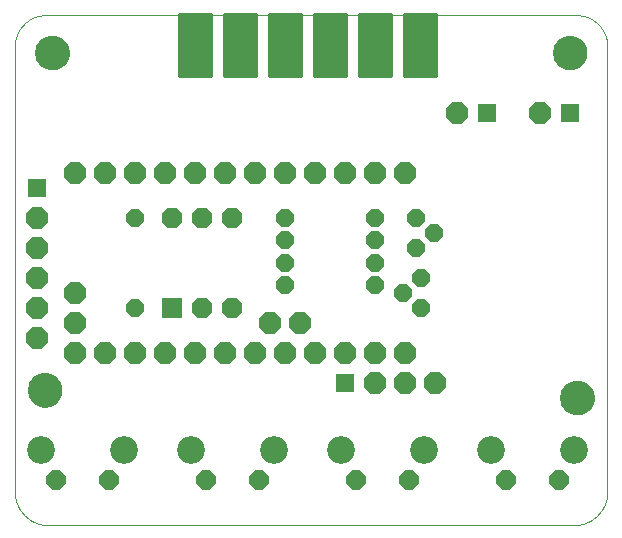
<source format=gbs>
G75*
%MOIN*%
%OFA0B0*%
%FSLAX25Y25*%
%IPPOS*%
%LPD*%
%AMOC8*
5,1,8,0,0,1.08239X$1,22.5*
%
%ADD10C,0.00000*%
%ADD11C,0.11424*%
%ADD12C,0.01600*%
%ADD13R,0.06000X0.06000*%
%ADD14OC8,0.07400*%
%ADD15R,0.06800X0.06800*%
%ADD16OC8,0.06800*%
%ADD17OC8,0.06000*%
%ADD18OC8,0.06400*%
%ADD19C,0.09250*%
D10*
X0012180Y0001000D02*
X0187320Y0001000D01*
X0187590Y0001003D01*
X0187860Y0001013D01*
X0188130Y0001029D01*
X0188399Y0001052D01*
X0188668Y0001082D01*
X0188935Y0001117D01*
X0189202Y0001160D01*
X0189468Y0001208D01*
X0189732Y0001263D01*
X0189996Y0001325D01*
X0190257Y0001393D01*
X0190517Y0001467D01*
X0190775Y0001547D01*
X0191031Y0001634D01*
X0191284Y0001727D01*
X0191536Y0001825D01*
X0191785Y0001930D01*
X0192031Y0002041D01*
X0192275Y0002158D01*
X0192516Y0002281D01*
X0192753Y0002409D01*
X0192988Y0002543D01*
X0193219Y0002683D01*
X0193447Y0002828D01*
X0193671Y0002979D01*
X0193891Y0003135D01*
X0194108Y0003297D01*
X0194321Y0003463D01*
X0194529Y0003635D01*
X0194734Y0003812D01*
X0194934Y0003993D01*
X0195129Y0004180D01*
X0195320Y0004371D01*
X0195507Y0004566D01*
X0195688Y0004766D01*
X0195865Y0004971D01*
X0196037Y0005179D01*
X0196203Y0005392D01*
X0196365Y0005609D01*
X0196521Y0005829D01*
X0196672Y0006053D01*
X0196817Y0006281D01*
X0196957Y0006512D01*
X0197091Y0006747D01*
X0197219Y0006984D01*
X0197342Y0007225D01*
X0197459Y0007469D01*
X0197570Y0007715D01*
X0197675Y0007964D01*
X0197773Y0008216D01*
X0197866Y0008469D01*
X0197953Y0008725D01*
X0198033Y0008983D01*
X0198107Y0009243D01*
X0198175Y0009504D01*
X0198237Y0009768D01*
X0198292Y0010032D01*
X0198340Y0010298D01*
X0198383Y0010565D01*
X0198418Y0010832D01*
X0198448Y0011101D01*
X0198471Y0011370D01*
X0198487Y0011640D01*
X0198497Y0011910D01*
X0198500Y0012180D01*
X0198500Y0160692D01*
X0198497Y0160941D01*
X0198488Y0161190D01*
X0198473Y0161439D01*
X0198452Y0161687D01*
X0198425Y0161934D01*
X0198392Y0162181D01*
X0198353Y0162427D01*
X0198308Y0162672D01*
X0198257Y0162916D01*
X0198200Y0163159D01*
X0198138Y0163400D01*
X0198070Y0163640D01*
X0197995Y0163877D01*
X0197916Y0164113D01*
X0197830Y0164347D01*
X0197739Y0164579D01*
X0197642Y0164809D01*
X0197540Y0165036D01*
X0197432Y0165260D01*
X0197319Y0165482D01*
X0197201Y0165702D01*
X0197077Y0165918D01*
X0196948Y0166131D01*
X0196814Y0166341D01*
X0196675Y0166548D01*
X0196531Y0166751D01*
X0196383Y0166951D01*
X0196229Y0167147D01*
X0196071Y0167339D01*
X0195908Y0167527D01*
X0195740Y0167712D01*
X0195568Y0167892D01*
X0195392Y0168068D01*
X0195212Y0168240D01*
X0195027Y0168408D01*
X0194839Y0168571D01*
X0194647Y0168729D01*
X0194451Y0168883D01*
X0194251Y0169031D01*
X0194048Y0169175D01*
X0193841Y0169314D01*
X0193631Y0169448D01*
X0193418Y0169577D01*
X0193202Y0169701D01*
X0192982Y0169819D01*
X0192760Y0169932D01*
X0192536Y0170040D01*
X0192309Y0170142D01*
X0192079Y0170239D01*
X0191847Y0170330D01*
X0191613Y0170416D01*
X0191377Y0170495D01*
X0191140Y0170570D01*
X0190900Y0170638D01*
X0190659Y0170700D01*
X0190416Y0170757D01*
X0190172Y0170808D01*
X0189927Y0170853D01*
X0189681Y0170892D01*
X0189434Y0170925D01*
X0189187Y0170952D01*
X0188939Y0170973D01*
X0188690Y0170988D01*
X0188441Y0170997D01*
X0188192Y0171000D01*
X0011308Y0171000D01*
X0011059Y0170997D01*
X0010810Y0170988D01*
X0010561Y0170973D01*
X0010313Y0170952D01*
X0010066Y0170925D01*
X0009819Y0170892D01*
X0009573Y0170853D01*
X0009328Y0170808D01*
X0009084Y0170757D01*
X0008841Y0170700D01*
X0008600Y0170638D01*
X0008360Y0170570D01*
X0008123Y0170495D01*
X0007887Y0170416D01*
X0007653Y0170330D01*
X0007421Y0170239D01*
X0007191Y0170142D01*
X0006964Y0170040D01*
X0006740Y0169932D01*
X0006518Y0169819D01*
X0006298Y0169701D01*
X0006082Y0169577D01*
X0005869Y0169448D01*
X0005659Y0169314D01*
X0005452Y0169175D01*
X0005249Y0169031D01*
X0005049Y0168883D01*
X0004853Y0168729D01*
X0004661Y0168571D01*
X0004473Y0168408D01*
X0004288Y0168240D01*
X0004108Y0168068D01*
X0003932Y0167892D01*
X0003760Y0167712D01*
X0003592Y0167527D01*
X0003429Y0167339D01*
X0003271Y0167147D01*
X0003117Y0166951D01*
X0002969Y0166751D01*
X0002825Y0166548D01*
X0002686Y0166341D01*
X0002552Y0166131D01*
X0002423Y0165918D01*
X0002299Y0165702D01*
X0002181Y0165482D01*
X0002068Y0165260D01*
X0001960Y0165036D01*
X0001858Y0164809D01*
X0001761Y0164579D01*
X0001670Y0164347D01*
X0001584Y0164113D01*
X0001505Y0163877D01*
X0001430Y0163640D01*
X0001362Y0163400D01*
X0001300Y0163159D01*
X0001243Y0162916D01*
X0001192Y0162672D01*
X0001147Y0162427D01*
X0001108Y0162181D01*
X0001075Y0161934D01*
X0001048Y0161687D01*
X0001027Y0161439D01*
X0001012Y0161190D01*
X0001003Y0160941D01*
X0001000Y0160692D01*
X0001000Y0012180D01*
X0001003Y0011910D01*
X0001013Y0011640D01*
X0001029Y0011370D01*
X0001052Y0011101D01*
X0001082Y0010832D01*
X0001117Y0010565D01*
X0001160Y0010298D01*
X0001208Y0010032D01*
X0001263Y0009768D01*
X0001325Y0009504D01*
X0001393Y0009243D01*
X0001467Y0008983D01*
X0001547Y0008725D01*
X0001634Y0008469D01*
X0001727Y0008216D01*
X0001825Y0007964D01*
X0001930Y0007715D01*
X0002041Y0007469D01*
X0002158Y0007225D01*
X0002281Y0006984D01*
X0002409Y0006747D01*
X0002543Y0006512D01*
X0002683Y0006281D01*
X0002828Y0006053D01*
X0002979Y0005829D01*
X0003135Y0005609D01*
X0003297Y0005392D01*
X0003463Y0005179D01*
X0003635Y0004971D01*
X0003812Y0004766D01*
X0003993Y0004566D01*
X0004180Y0004371D01*
X0004371Y0004180D01*
X0004566Y0003993D01*
X0004766Y0003812D01*
X0004971Y0003635D01*
X0005179Y0003463D01*
X0005392Y0003297D01*
X0005609Y0003135D01*
X0005829Y0002979D01*
X0006053Y0002828D01*
X0006281Y0002683D01*
X0006512Y0002543D01*
X0006747Y0002409D01*
X0006984Y0002281D01*
X0007225Y0002158D01*
X0007469Y0002041D01*
X0007715Y0001930D01*
X0007964Y0001825D01*
X0008216Y0001727D01*
X0008469Y0001634D01*
X0008725Y0001547D01*
X0008983Y0001467D01*
X0009243Y0001393D01*
X0009504Y0001325D01*
X0009768Y0001263D01*
X0010032Y0001208D01*
X0010298Y0001160D01*
X0010565Y0001117D01*
X0010832Y0001082D01*
X0011101Y0001052D01*
X0011370Y0001029D01*
X0011640Y0001013D01*
X0011910Y0001003D01*
X0012180Y0001000D01*
X0005488Y0046000D02*
X0005490Y0046148D01*
X0005496Y0046296D01*
X0005506Y0046444D01*
X0005520Y0046591D01*
X0005538Y0046738D01*
X0005559Y0046884D01*
X0005585Y0047030D01*
X0005615Y0047175D01*
X0005648Y0047319D01*
X0005686Y0047462D01*
X0005727Y0047604D01*
X0005772Y0047745D01*
X0005820Y0047885D01*
X0005873Y0048024D01*
X0005929Y0048161D01*
X0005989Y0048296D01*
X0006052Y0048430D01*
X0006119Y0048562D01*
X0006190Y0048692D01*
X0006264Y0048820D01*
X0006341Y0048946D01*
X0006422Y0049070D01*
X0006506Y0049192D01*
X0006593Y0049311D01*
X0006684Y0049428D01*
X0006778Y0049543D01*
X0006874Y0049655D01*
X0006974Y0049765D01*
X0007076Y0049871D01*
X0007182Y0049975D01*
X0007290Y0050076D01*
X0007401Y0050174D01*
X0007514Y0050270D01*
X0007630Y0050362D01*
X0007748Y0050451D01*
X0007869Y0050536D01*
X0007992Y0050619D01*
X0008117Y0050698D01*
X0008244Y0050774D01*
X0008373Y0050846D01*
X0008504Y0050915D01*
X0008637Y0050980D01*
X0008772Y0051041D01*
X0008908Y0051099D01*
X0009045Y0051154D01*
X0009184Y0051204D01*
X0009325Y0051251D01*
X0009466Y0051294D01*
X0009609Y0051334D01*
X0009753Y0051369D01*
X0009897Y0051401D01*
X0010043Y0051428D01*
X0010189Y0051452D01*
X0010336Y0051472D01*
X0010483Y0051488D01*
X0010630Y0051500D01*
X0010778Y0051508D01*
X0010926Y0051512D01*
X0011074Y0051512D01*
X0011222Y0051508D01*
X0011370Y0051500D01*
X0011517Y0051488D01*
X0011664Y0051472D01*
X0011811Y0051452D01*
X0011957Y0051428D01*
X0012103Y0051401D01*
X0012247Y0051369D01*
X0012391Y0051334D01*
X0012534Y0051294D01*
X0012675Y0051251D01*
X0012816Y0051204D01*
X0012955Y0051154D01*
X0013092Y0051099D01*
X0013228Y0051041D01*
X0013363Y0050980D01*
X0013496Y0050915D01*
X0013627Y0050846D01*
X0013756Y0050774D01*
X0013883Y0050698D01*
X0014008Y0050619D01*
X0014131Y0050536D01*
X0014252Y0050451D01*
X0014370Y0050362D01*
X0014486Y0050270D01*
X0014599Y0050174D01*
X0014710Y0050076D01*
X0014818Y0049975D01*
X0014924Y0049871D01*
X0015026Y0049765D01*
X0015126Y0049655D01*
X0015222Y0049543D01*
X0015316Y0049428D01*
X0015407Y0049311D01*
X0015494Y0049192D01*
X0015578Y0049070D01*
X0015659Y0048946D01*
X0015736Y0048820D01*
X0015810Y0048692D01*
X0015881Y0048562D01*
X0015948Y0048430D01*
X0016011Y0048296D01*
X0016071Y0048161D01*
X0016127Y0048024D01*
X0016180Y0047885D01*
X0016228Y0047745D01*
X0016273Y0047604D01*
X0016314Y0047462D01*
X0016352Y0047319D01*
X0016385Y0047175D01*
X0016415Y0047030D01*
X0016441Y0046884D01*
X0016462Y0046738D01*
X0016480Y0046591D01*
X0016494Y0046444D01*
X0016504Y0046296D01*
X0016510Y0046148D01*
X0016512Y0046000D01*
X0016510Y0045852D01*
X0016504Y0045704D01*
X0016494Y0045556D01*
X0016480Y0045409D01*
X0016462Y0045262D01*
X0016441Y0045116D01*
X0016415Y0044970D01*
X0016385Y0044825D01*
X0016352Y0044681D01*
X0016314Y0044538D01*
X0016273Y0044396D01*
X0016228Y0044255D01*
X0016180Y0044115D01*
X0016127Y0043976D01*
X0016071Y0043839D01*
X0016011Y0043704D01*
X0015948Y0043570D01*
X0015881Y0043438D01*
X0015810Y0043308D01*
X0015736Y0043180D01*
X0015659Y0043054D01*
X0015578Y0042930D01*
X0015494Y0042808D01*
X0015407Y0042689D01*
X0015316Y0042572D01*
X0015222Y0042457D01*
X0015126Y0042345D01*
X0015026Y0042235D01*
X0014924Y0042129D01*
X0014818Y0042025D01*
X0014710Y0041924D01*
X0014599Y0041826D01*
X0014486Y0041730D01*
X0014370Y0041638D01*
X0014252Y0041549D01*
X0014131Y0041464D01*
X0014008Y0041381D01*
X0013883Y0041302D01*
X0013756Y0041226D01*
X0013627Y0041154D01*
X0013496Y0041085D01*
X0013363Y0041020D01*
X0013228Y0040959D01*
X0013092Y0040901D01*
X0012955Y0040846D01*
X0012816Y0040796D01*
X0012675Y0040749D01*
X0012534Y0040706D01*
X0012391Y0040666D01*
X0012247Y0040631D01*
X0012103Y0040599D01*
X0011957Y0040572D01*
X0011811Y0040548D01*
X0011664Y0040528D01*
X0011517Y0040512D01*
X0011370Y0040500D01*
X0011222Y0040492D01*
X0011074Y0040488D01*
X0010926Y0040488D01*
X0010778Y0040492D01*
X0010630Y0040500D01*
X0010483Y0040512D01*
X0010336Y0040528D01*
X0010189Y0040548D01*
X0010043Y0040572D01*
X0009897Y0040599D01*
X0009753Y0040631D01*
X0009609Y0040666D01*
X0009466Y0040706D01*
X0009325Y0040749D01*
X0009184Y0040796D01*
X0009045Y0040846D01*
X0008908Y0040901D01*
X0008772Y0040959D01*
X0008637Y0041020D01*
X0008504Y0041085D01*
X0008373Y0041154D01*
X0008244Y0041226D01*
X0008117Y0041302D01*
X0007992Y0041381D01*
X0007869Y0041464D01*
X0007748Y0041549D01*
X0007630Y0041638D01*
X0007514Y0041730D01*
X0007401Y0041826D01*
X0007290Y0041924D01*
X0007182Y0042025D01*
X0007076Y0042129D01*
X0006974Y0042235D01*
X0006874Y0042345D01*
X0006778Y0042457D01*
X0006684Y0042572D01*
X0006593Y0042689D01*
X0006506Y0042808D01*
X0006422Y0042930D01*
X0006341Y0043054D01*
X0006264Y0043180D01*
X0006190Y0043308D01*
X0006119Y0043438D01*
X0006052Y0043570D01*
X0005989Y0043704D01*
X0005929Y0043839D01*
X0005873Y0043976D01*
X0005820Y0044115D01*
X0005772Y0044255D01*
X0005727Y0044396D01*
X0005686Y0044538D01*
X0005648Y0044681D01*
X0005615Y0044825D01*
X0005585Y0044970D01*
X0005559Y0045116D01*
X0005538Y0045262D01*
X0005520Y0045409D01*
X0005506Y0045556D01*
X0005496Y0045704D01*
X0005490Y0045852D01*
X0005488Y0046000D01*
X0007988Y0158500D02*
X0007990Y0158648D01*
X0007996Y0158796D01*
X0008006Y0158944D01*
X0008020Y0159091D01*
X0008038Y0159238D01*
X0008059Y0159384D01*
X0008085Y0159530D01*
X0008115Y0159675D01*
X0008148Y0159819D01*
X0008186Y0159962D01*
X0008227Y0160104D01*
X0008272Y0160245D01*
X0008320Y0160385D01*
X0008373Y0160524D01*
X0008429Y0160661D01*
X0008489Y0160796D01*
X0008552Y0160930D01*
X0008619Y0161062D01*
X0008690Y0161192D01*
X0008764Y0161320D01*
X0008841Y0161446D01*
X0008922Y0161570D01*
X0009006Y0161692D01*
X0009093Y0161811D01*
X0009184Y0161928D01*
X0009278Y0162043D01*
X0009374Y0162155D01*
X0009474Y0162265D01*
X0009576Y0162371D01*
X0009682Y0162475D01*
X0009790Y0162576D01*
X0009901Y0162674D01*
X0010014Y0162770D01*
X0010130Y0162862D01*
X0010248Y0162951D01*
X0010369Y0163036D01*
X0010492Y0163119D01*
X0010617Y0163198D01*
X0010744Y0163274D01*
X0010873Y0163346D01*
X0011004Y0163415D01*
X0011137Y0163480D01*
X0011272Y0163541D01*
X0011408Y0163599D01*
X0011545Y0163654D01*
X0011684Y0163704D01*
X0011825Y0163751D01*
X0011966Y0163794D01*
X0012109Y0163834D01*
X0012253Y0163869D01*
X0012397Y0163901D01*
X0012543Y0163928D01*
X0012689Y0163952D01*
X0012836Y0163972D01*
X0012983Y0163988D01*
X0013130Y0164000D01*
X0013278Y0164008D01*
X0013426Y0164012D01*
X0013574Y0164012D01*
X0013722Y0164008D01*
X0013870Y0164000D01*
X0014017Y0163988D01*
X0014164Y0163972D01*
X0014311Y0163952D01*
X0014457Y0163928D01*
X0014603Y0163901D01*
X0014747Y0163869D01*
X0014891Y0163834D01*
X0015034Y0163794D01*
X0015175Y0163751D01*
X0015316Y0163704D01*
X0015455Y0163654D01*
X0015592Y0163599D01*
X0015728Y0163541D01*
X0015863Y0163480D01*
X0015996Y0163415D01*
X0016127Y0163346D01*
X0016256Y0163274D01*
X0016383Y0163198D01*
X0016508Y0163119D01*
X0016631Y0163036D01*
X0016752Y0162951D01*
X0016870Y0162862D01*
X0016986Y0162770D01*
X0017099Y0162674D01*
X0017210Y0162576D01*
X0017318Y0162475D01*
X0017424Y0162371D01*
X0017526Y0162265D01*
X0017626Y0162155D01*
X0017722Y0162043D01*
X0017816Y0161928D01*
X0017907Y0161811D01*
X0017994Y0161692D01*
X0018078Y0161570D01*
X0018159Y0161446D01*
X0018236Y0161320D01*
X0018310Y0161192D01*
X0018381Y0161062D01*
X0018448Y0160930D01*
X0018511Y0160796D01*
X0018571Y0160661D01*
X0018627Y0160524D01*
X0018680Y0160385D01*
X0018728Y0160245D01*
X0018773Y0160104D01*
X0018814Y0159962D01*
X0018852Y0159819D01*
X0018885Y0159675D01*
X0018915Y0159530D01*
X0018941Y0159384D01*
X0018962Y0159238D01*
X0018980Y0159091D01*
X0018994Y0158944D01*
X0019004Y0158796D01*
X0019010Y0158648D01*
X0019012Y0158500D01*
X0019010Y0158352D01*
X0019004Y0158204D01*
X0018994Y0158056D01*
X0018980Y0157909D01*
X0018962Y0157762D01*
X0018941Y0157616D01*
X0018915Y0157470D01*
X0018885Y0157325D01*
X0018852Y0157181D01*
X0018814Y0157038D01*
X0018773Y0156896D01*
X0018728Y0156755D01*
X0018680Y0156615D01*
X0018627Y0156476D01*
X0018571Y0156339D01*
X0018511Y0156204D01*
X0018448Y0156070D01*
X0018381Y0155938D01*
X0018310Y0155808D01*
X0018236Y0155680D01*
X0018159Y0155554D01*
X0018078Y0155430D01*
X0017994Y0155308D01*
X0017907Y0155189D01*
X0017816Y0155072D01*
X0017722Y0154957D01*
X0017626Y0154845D01*
X0017526Y0154735D01*
X0017424Y0154629D01*
X0017318Y0154525D01*
X0017210Y0154424D01*
X0017099Y0154326D01*
X0016986Y0154230D01*
X0016870Y0154138D01*
X0016752Y0154049D01*
X0016631Y0153964D01*
X0016508Y0153881D01*
X0016383Y0153802D01*
X0016256Y0153726D01*
X0016127Y0153654D01*
X0015996Y0153585D01*
X0015863Y0153520D01*
X0015728Y0153459D01*
X0015592Y0153401D01*
X0015455Y0153346D01*
X0015316Y0153296D01*
X0015175Y0153249D01*
X0015034Y0153206D01*
X0014891Y0153166D01*
X0014747Y0153131D01*
X0014603Y0153099D01*
X0014457Y0153072D01*
X0014311Y0153048D01*
X0014164Y0153028D01*
X0014017Y0153012D01*
X0013870Y0153000D01*
X0013722Y0152992D01*
X0013574Y0152988D01*
X0013426Y0152988D01*
X0013278Y0152992D01*
X0013130Y0153000D01*
X0012983Y0153012D01*
X0012836Y0153028D01*
X0012689Y0153048D01*
X0012543Y0153072D01*
X0012397Y0153099D01*
X0012253Y0153131D01*
X0012109Y0153166D01*
X0011966Y0153206D01*
X0011825Y0153249D01*
X0011684Y0153296D01*
X0011545Y0153346D01*
X0011408Y0153401D01*
X0011272Y0153459D01*
X0011137Y0153520D01*
X0011004Y0153585D01*
X0010873Y0153654D01*
X0010744Y0153726D01*
X0010617Y0153802D01*
X0010492Y0153881D01*
X0010369Y0153964D01*
X0010248Y0154049D01*
X0010130Y0154138D01*
X0010014Y0154230D01*
X0009901Y0154326D01*
X0009790Y0154424D01*
X0009682Y0154525D01*
X0009576Y0154629D01*
X0009474Y0154735D01*
X0009374Y0154845D01*
X0009278Y0154957D01*
X0009184Y0155072D01*
X0009093Y0155189D01*
X0009006Y0155308D01*
X0008922Y0155430D01*
X0008841Y0155554D01*
X0008764Y0155680D01*
X0008690Y0155808D01*
X0008619Y0155938D01*
X0008552Y0156070D01*
X0008489Y0156204D01*
X0008429Y0156339D01*
X0008373Y0156476D01*
X0008320Y0156615D01*
X0008272Y0156755D01*
X0008227Y0156896D01*
X0008186Y0157038D01*
X0008148Y0157181D01*
X0008115Y0157325D01*
X0008085Y0157470D01*
X0008059Y0157616D01*
X0008038Y0157762D01*
X0008020Y0157909D01*
X0008006Y0158056D01*
X0007996Y0158204D01*
X0007990Y0158352D01*
X0007988Y0158500D01*
X0180488Y0158500D02*
X0180490Y0158648D01*
X0180496Y0158796D01*
X0180506Y0158944D01*
X0180520Y0159091D01*
X0180538Y0159238D01*
X0180559Y0159384D01*
X0180585Y0159530D01*
X0180615Y0159675D01*
X0180648Y0159819D01*
X0180686Y0159962D01*
X0180727Y0160104D01*
X0180772Y0160245D01*
X0180820Y0160385D01*
X0180873Y0160524D01*
X0180929Y0160661D01*
X0180989Y0160796D01*
X0181052Y0160930D01*
X0181119Y0161062D01*
X0181190Y0161192D01*
X0181264Y0161320D01*
X0181341Y0161446D01*
X0181422Y0161570D01*
X0181506Y0161692D01*
X0181593Y0161811D01*
X0181684Y0161928D01*
X0181778Y0162043D01*
X0181874Y0162155D01*
X0181974Y0162265D01*
X0182076Y0162371D01*
X0182182Y0162475D01*
X0182290Y0162576D01*
X0182401Y0162674D01*
X0182514Y0162770D01*
X0182630Y0162862D01*
X0182748Y0162951D01*
X0182869Y0163036D01*
X0182992Y0163119D01*
X0183117Y0163198D01*
X0183244Y0163274D01*
X0183373Y0163346D01*
X0183504Y0163415D01*
X0183637Y0163480D01*
X0183772Y0163541D01*
X0183908Y0163599D01*
X0184045Y0163654D01*
X0184184Y0163704D01*
X0184325Y0163751D01*
X0184466Y0163794D01*
X0184609Y0163834D01*
X0184753Y0163869D01*
X0184897Y0163901D01*
X0185043Y0163928D01*
X0185189Y0163952D01*
X0185336Y0163972D01*
X0185483Y0163988D01*
X0185630Y0164000D01*
X0185778Y0164008D01*
X0185926Y0164012D01*
X0186074Y0164012D01*
X0186222Y0164008D01*
X0186370Y0164000D01*
X0186517Y0163988D01*
X0186664Y0163972D01*
X0186811Y0163952D01*
X0186957Y0163928D01*
X0187103Y0163901D01*
X0187247Y0163869D01*
X0187391Y0163834D01*
X0187534Y0163794D01*
X0187675Y0163751D01*
X0187816Y0163704D01*
X0187955Y0163654D01*
X0188092Y0163599D01*
X0188228Y0163541D01*
X0188363Y0163480D01*
X0188496Y0163415D01*
X0188627Y0163346D01*
X0188756Y0163274D01*
X0188883Y0163198D01*
X0189008Y0163119D01*
X0189131Y0163036D01*
X0189252Y0162951D01*
X0189370Y0162862D01*
X0189486Y0162770D01*
X0189599Y0162674D01*
X0189710Y0162576D01*
X0189818Y0162475D01*
X0189924Y0162371D01*
X0190026Y0162265D01*
X0190126Y0162155D01*
X0190222Y0162043D01*
X0190316Y0161928D01*
X0190407Y0161811D01*
X0190494Y0161692D01*
X0190578Y0161570D01*
X0190659Y0161446D01*
X0190736Y0161320D01*
X0190810Y0161192D01*
X0190881Y0161062D01*
X0190948Y0160930D01*
X0191011Y0160796D01*
X0191071Y0160661D01*
X0191127Y0160524D01*
X0191180Y0160385D01*
X0191228Y0160245D01*
X0191273Y0160104D01*
X0191314Y0159962D01*
X0191352Y0159819D01*
X0191385Y0159675D01*
X0191415Y0159530D01*
X0191441Y0159384D01*
X0191462Y0159238D01*
X0191480Y0159091D01*
X0191494Y0158944D01*
X0191504Y0158796D01*
X0191510Y0158648D01*
X0191512Y0158500D01*
X0191510Y0158352D01*
X0191504Y0158204D01*
X0191494Y0158056D01*
X0191480Y0157909D01*
X0191462Y0157762D01*
X0191441Y0157616D01*
X0191415Y0157470D01*
X0191385Y0157325D01*
X0191352Y0157181D01*
X0191314Y0157038D01*
X0191273Y0156896D01*
X0191228Y0156755D01*
X0191180Y0156615D01*
X0191127Y0156476D01*
X0191071Y0156339D01*
X0191011Y0156204D01*
X0190948Y0156070D01*
X0190881Y0155938D01*
X0190810Y0155808D01*
X0190736Y0155680D01*
X0190659Y0155554D01*
X0190578Y0155430D01*
X0190494Y0155308D01*
X0190407Y0155189D01*
X0190316Y0155072D01*
X0190222Y0154957D01*
X0190126Y0154845D01*
X0190026Y0154735D01*
X0189924Y0154629D01*
X0189818Y0154525D01*
X0189710Y0154424D01*
X0189599Y0154326D01*
X0189486Y0154230D01*
X0189370Y0154138D01*
X0189252Y0154049D01*
X0189131Y0153964D01*
X0189008Y0153881D01*
X0188883Y0153802D01*
X0188756Y0153726D01*
X0188627Y0153654D01*
X0188496Y0153585D01*
X0188363Y0153520D01*
X0188228Y0153459D01*
X0188092Y0153401D01*
X0187955Y0153346D01*
X0187816Y0153296D01*
X0187675Y0153249D01*
X0187534Y0153206D01*
X0187391Y0153166D01*
X0187247Y0153131D01*
X0187103Y0153099D01*
X0186957Y0153072D01*
X0186811Y0153048D01*
X0186664Y0153028D01*
X0186517Y0153012D01*
X0186370Y0153000D01*
X0186222Y0152992D01*
X0186074Y0152988D01*
X0185926Y0152988D01*
X0185778Y0152992D01*
X0185630Y0153000D01*
X0185483Y0153012D01*
X0185336Y0153028D01*
X0185189Y0153048D01*
X0185043Y0153072D01*
X0184897Y0153099D01*
X0184753Y0153131D01*
X0184609Y0153166D01*
X0184466Y0153206D01*
X0184325Y0153249D01*
X0184184Y0153296D01*
X0184045Y0153346D01*
X0183908Y0153401D01*
X0183772Y0153459D01*
X0183637Y0153520D01*
X0183504Y0153585D01*
X0183373Y0153654D01*
X0183244Y0153726D01*
X0183117Y0153802D01*
X0182992Y0153881D01*
X0182869Y0153964D01*
X0182748Y0154049D01*
X0182630Y0154138D01*
X0182514Y0154230D01*
X0182401Y0154326D01*
X0182290Y0154424D01*
X0182182Y0154525D01*
X0182076Y0154629D01*
X0181974Y0154735D01*
X0181874Y0154845D01*
X0181778Y0154957D01*
X0181684Y0155072D01*
X0181593Y0155189D01*
X0181506Y0155308D01*
X0181422Y0155430D01*
X0181341Y0155554D01*
X0181264Y0155680D01*
X0181190Y0155808D01*
X0181119Y0155938D01*
X0181052Y0156070D01*
X0180989Y0156204D01*
X0180929Y0156339D01*
X0180873Y0156476D01*
X0180820Y0156615D01*
X0180772Y0156755D01*
X0180727Y0156896D01*
X0180686Y0157038D01*
X0180648Y0157181D01*
X0180615Y0157325D01*
X0180585Y0157470D01*
X0180559Y0157616D01*
X0180538Y0157762D01*
X0180520Y0157909D01*
X0180506Y0158056D01*
X0180496Y0158204D01*
X0180490Y0158352D01*
X0180488Y0158500D01*
X0182988Y0043500D02*
X0182990Y0043648D01*
X0182996Y0043796D01*
X0183006Y0043944D01*
X0183020Y0044091D01*
X0183038Y0044238D01*
X0183059Y0044384D01*
X0183085Y0044530D01*
X0183115Y0044675D01*
X0183148Y0044819D01*
X0183186Y0044962D01*
X0183227Y0045104D01*
X0183272Y0045245D01*
X0183320Y0045385D01*
X0183373Y0045524D01*
X0183429Y0045661D01*
X0183489Y0045796D01*
X0183552Y0045930D01*
X0183619Y0046062D01*
X0183690Y0046192D01*
X0183764Y0046320D01*
X0183841Y0046446D01*
X0183922Y0046570D01*
X0184006Y0046692D01*
X0184093Y0046811D01*
X0184184Y0046928D01*
X0184278Y0047043D01*
X0184374Y0047155D01*
X0184474Y0047265D01*
X0184576Y0047371D01*
X0184682Y0047475D01*
X0184790Y0047576D01*
X0184901Y0047674D01*
X0185014Y0047770D01*
X0185130Y0047862D01*
X0185248Y0047951D01*
X0185369Y0048036D01*
X0185492Y0048119D01*
X0185617Y0048198D01*
X0185744Y0048274D01*
X0185873Y0048346D01*
X0186004Y0048415D01*
X0186137Y0048480D01*
X0186272Y0048541D01*
X0186408Y0048599D01*
X0186545Y0048654D01*
X0186684Y0048704D01*
X0186825Y0048751D01*
X0186966Y0048794D01*
X0187109Y0048834D01*
X0187253Y0048869D01*
X0187397Y0048901D01*
X0187543Y0048928D01*
X0187689Y0048952D01*
X0187836Y0048972D01*
X0187983Y0048988D01*
X0188130Y0049000D01*
X0188278Y0049008D01*
X0188426Y0049012D01*
X0188574Y0049012D01*
X0188722Y0049008D01*
X0188870Y0049000D01*
X0189017Y0048988D01*
X0189164Y0048972D01*
X0189311Y0048952D01*
X0189457Y0048928D01*
X0189603Y0048901D01*
X0189747Y0048869D01*
X0189891Y0048834D01*
X0190034Y0048794D01*
X0190175Y0048751D01*
X0190316Y0048704D01*
X0190455Y0048654D01*
X0190592Y0048599D01*
X0190728Y0048541D01*
X0190863Y0048480D01*
X0190996Y0048415D01*
X0191127Y0048346D01*
X0191256Y0048274D01*
X0191383Y0048198D01*
X0191508Y0048119D01*
X0191631Y0048036D01*
X0191752Y0047951D01*
X0191870Y0047862D01*
X0191986Y0047770D01*
X0192099Y0047674D01*
X0192210Y0047576D01*
X0192318Y0047475D01*
X0192424Y0047371D01*
X0192526Y0047265D01*
X0192626Y0047155D01*
X0192722Y0047043D01*
X0192816Y0046928D01*
X0192907Y0046811D01*
X0192994Y0046692D01*
X0193078Y0046570D01*
X0193159Y0046446D01*
X0193236Y0046320D01*
X0193310Y0046192D01*
X0193381Y0046062D01*
X0193448Y0045930D01*
X0193511Y0045796D01*
X0193571Y0045661D01*
X0193627Y0045524D01*
X0193680Y0045385D01*
X0193728Y0045245D01*
X0193773Y0045104D01*
X0193814Y0044962D01*
X0193852Y0044819D01*
X0193885Y0044675D01*
X0193915Y0044530D01*
X0193941Y0044384D01*
X0193962Y0044238D01*
X0193980Y0044091D01*
X0193994Y0043944D01*
X0194004Y0043796D01*
X0194010Y0043648D01*
X0194012Y0043500D01*
X0194010Y0043352D01*
X0194004Y0043204D01*
X0193994Y0043056D01*
X0193980Y0042909D01*
X0193962Y0042762D01*
X0193941Y0042616D01*
X0193915Y0042470D01*
X0193885Y0042325D01*
X0193852Y0042181D01*
X0193814Y0042038D01*
X0193773Y0041896D01*
X0193728Y0041755D01*
X0193680Y0041615D01*
X0193627Y0041476D01*
X0193571Y0041339D01*
X0193511Y0041204D01*
X0193448Y0041070D01*
X0193381Y0040938D01*
X0193310Y0040808D01*
X0193236Y0040680D01*
X0193159Y0040554D01*
X0193078Y0040430D01*
X0192994Y0040308D01*
X0192907Y0040189D01*
X0192816Y0040072D01*
X0192722Y0039957D01*
X0192626Y0039845D01*
X0192526Y0039735D01*
X0192424Y0039629D01*
X0192318Y0039525D01*
X0192210Y0039424D01*
X0192099Y0039326D01*
X0191986Y0039230D01*
X0191870Y0039138D01*
X0191752Y0039049D01*
X0191631Y0038964D01*
X0191508Y0038881D01*
X0191383Y0038802D01*
X0191256Y0038726D01*
X0191127Y0038654D01*
X0190996Y0038585D01*
X0190863Y0038520D01*
X0190728Y0038459D01*
X0190592Y0038401D01*
X0190455Y0038346D01*
X0190316Y0038296D01*
X0190175Y0038249D01*
X0190034Y0038206D01*
X0189891Y0038166D01*
X0189747Y0038131D01*
X0189603Y0038099D01*
X0189457Y0038072D01*
X0189311Y0038048D01*
X0189164Y0038028D01*
X0189017Y0038012D01*
X0188870Y0038000D01*
X0188722Y0037992D01*
X0188574Y0037988D01*
X0188426Y0037988D01*
X0188278Y0037992D01*
X0188130Y0038000D01*
X0187983Y0038012D01*
X0187836Y0038028D01*
X0187689Y0038048D01*
X0187543Y0038072D01*
X0187397Y0038099D01*
X0187253Y0038131D01*
X0187109Y0038166D01*
X0186966Y0038206D01*
X0186825Y0038249D01*
X0186684Y0038296D01*
X0186545Y0038346D01*
X0186408Y0038401D01*
X0186272Y0038459D01*
X0186137Y0038520D01*
X0186004Y0038585D01*
X0185873Y0038654D01*
X0185744Y0038726D01*
X0185617Y0038802D01*
X0185492Y0038881D01*
X0185369Y0038964D01*
X0185248Y0039049D01*
X0185130Y0039138D01*
X0185014Y0039230D01*
X0184901Y0039326D01*
X0184790Y0039424D01*
X0184682Y0039525D01*
X0184576Y0039629D01*
X0184474Y0039735D01*
X0184374Y0039845D01*
X0184278Y0039957D01*
X0184184Y0040072D01*
X0184093Y0040189D01*
X0184006Y0040308D01*
X0183922Y0040430D01*
X0183841Y0040554D01*
X0183764Y0040680D01*
X0183690Y0040808D01*
X0183619Y0040938D01*
X0183552Y0041070D01*
X0183489Y0041204D01*
X0183429Y0041339D01*
X0183373Y0041476D01*
X0183320Y0041615D01*
X0183272Y0041755D01*
X0183227Y0041896D01*
X0183186Y0042038D01*
X0183148Y0042181D01*
X0183115Y0042325D01*
X0183085Y0042470D01*
X0183059Y0042616D01*
X0183038Y0042762D01*
X0183020Y0042909D01*
X0183006Y0043056D01*
X0182996Y0043204D01*
X0182990Y0043352D01*
X0182988Y0043500D01*
D11*
X0188500Y0043500D03*
X0186000Y0158500D03*
X0013500Y0158500D03*
X0011000Y0046000D03*
D12*
X0056000Y0151000D02*
X0066000Y0151000D01*
X0066000Y0171000D01*
X0056000Y0171000D01*
X0056000Y0151000D01*
X0056000Y0151502D02*
X0066000Y0151502D01*
X0066000Y0153100D02*
X0056000Y0153100D01*
X0056000Y0154699D02*
X0066000Y0154699D01*
X0066000Y0156297D02*
X0056000Y0156297D01*
X0056000Y0157896D02*
X0066000Y0157896D01*
X0066000Y0159494D02*
X0056000Y0159494D01*
X0056000Y0161093D02*
X0066000Y0161093D01*
X0066000Y0162691D02*
X0056000Y0162691D01*
X0056000Y0164290D02*
X0066000Y0164290D01*
X0066000Y0165888D02*
X0056000Y0165888D01*
X0056000Y0167487D02*
X0066000Y0167487D01*
X0066000Y0169085D02*
X0056000Y0169085D01*
X0056000Y0170684D02*
X0066000Y0170684D01*
X0071000Y0170684D02*
X0081000Y0170684D01*
X0081000Y0171000D02*
X0081000Y0151000D01*
X0071000Y0151000D01*
X0071000Y0171000D01*
X0081000Y0171000D01*
X0081000Y0169085D02*
X0071000Y0169085D01*
X0071000Y0167487D02*
X0081000Y0167487D01*
X0081000Y0165888D02*
X0071000Y0165888D01*
X0071000Y0164290D02*
X0081000Y0164290D01*
X0081000Y0162691D02*
X0071000Y0162691D01*
X0071000Y0161093D02*
X0081000Y0161093D01*
X0081000Y0159494D02*
X0071000Y0159494D01*
X0071000Y0157896D02*
X0081000Y0157896D01*
X0081000Y0156297D02*
X0071000Y0156297D01*
X0071000Y0154699D02*
X0081000Y0154699D01*
X0081000Y0153100D02*
X0071000Y0153100D01*
X0071000Y0151502D02*
X0081000Y0151502D01*
X0086000Y0151502D02*
X0096000Y0151502D01*
X0096000Y0151000D02*
X0086000Y0151000D01*
X0086000Y0171000D01*
X0096000Y0171000D01*
X0096000Y0151000D01*
X0096000Y0153100D02*
X0086000Y0153100D01*
X0086000Y0154699D02*
X0096000Y0154699D01*
X0096000Y0156297D02*
X0086000Y0156297D01*
X0086000Y0157896D02*
X0096000Y0157896D01*
X0096000Y0159494D02*
X0086000Y0159494D01*
X0086000Y0161093D02*
X0096000Y0161093D01*
X0096000Y0162691D02*
X0086000Y0162691D01*
X0086000Y0164290D02*
X0096000Y0164290D01*
X0096000Y0165888D02*
X0086000Y0165888D01*
X0086000Y0167487D02*
X0096000Y0167487D01*
X0096000Y0169085D02*
X0086000Y0169085D01*
X0086000Y0170684D02*
X0096000Y0170684D01*
X0101000Y0170684D02*
X0111000Y0170684D01*
X0111000Y0171000D02*
X0111000Y0151000D01*
X0101000Y0151000D01*
X0101000Y0171000D01*
X0111000Y0171000D01*
X0111000Y0169085D02*
X0101000Y0169085D01*
X0101000Y0167487D02*
X0111000Y0167487D01*
X0111000Y0165888D02*
X0101000Y0165888D01*
X0101000Y0164290D02*
X0111000Y0164290D01*
X0111000Y0162691D02*
X0101000Y0162691D01*
X0101000Y0161093D02*
X0111000Y0161093D01*
X0111000Y0159494D02*
X0101000Y0159494D01*
X0101000Y0157896D02*
X0111000Y0157896D01*
X0111000Y0156297D02*
X0101000Y0156297D01*
X0101000Y0154699D02*
X0111000Y0154699D01*
X0111000Y0153100D02*
X0101000Y0153100D01*
X0101000Y0151502D02*
X0111000Y0151502D01*
X0116000Y0151502D02*
X0126000Y0151502D01*
X0126000Y0151000D02*
X0116000Y0151000D01*
X0116000Y0171000D01*
X0126000Y0171000D01*
X0126000Y0151000D01*
X0126000Y0153100D02*
X0116000Y0153100D01*
X0116000Y0154699D02*
X0126000Y0154699D01*
X0126000Y0156297D02*
X0116000Y0156297D01*
X0116000Y0157896D02*
X0126000Y0157896D01*
X0126000Y0159494D02*
X0116000Y0159494D01*
X0116000Y0161093D02*
X0126000Y0161093D01*
X0126000Y0162691D02*
X0116000Y0162691D01*
X0116000Y0164290D02*
X0126000Y0164290D01*
X0126000Y0165888D02*
X0116000Y0165888D01*
X0116000Y0167487D02*
X0126000Y0167487D01*
X0126000Y0169085D02*
X0116000Y0169085D01*
X0116000Y0170684D02*
X0126000Y0170684D01*
X0131000Y0170684D02*
X0141000Y0170684D01*
X0141000Y0171000D02*
X0141000Y0151000D01*
X0131000Y0151000D01*
X0131000Y0171000D01*
X0141000Y0171000D01*
X0141000Y0169085D02*
X0131000Y0169085D01*
X0131000Y0167487D02*
X0141000Y0167487D01*
X0141000Y0165888D02*
X0131000Y0165888D01*
X0131000Y0164290D02*
X0141000Y0164290D01*
X0141000Y0162691D02*
X0131000Y0162691D01*
X0131000Y0161093D02*
X0141000Y0161093D01*
X0141000Y0159494D02*
X0131000Y0159494D01*
X0131000Y0157896D02*
X0141000Y0157896D01*
X0141000Y0156297D02*
X0131000Y0156297D01*
X0131000Y0154699D02*
X0141000Y0154699D01*
X0141000Y0153100D02*
X0131000Y0153100D01*
X0131000Y0151502D02*
X0141000Y0151502D01*
D13*
X0158500Y0138500D03*
X0186000Y0138500D03*
X0111000Y0048500D03*
X0008500Y0113500D03*
D14*
X0008500Y0103500D03*
X0008500Y0093500D03*
X0008500Y0083500D03*
X0008500Y0073500D03*
X0008500Y0063500D03*
X0021000Y0058500D03*
X0031000Y0058500D03*
X0041000Y0058500D03*
X0051000Y0058500D03*
X0061000Y0058500D03*
X0071000Y0058500D03*
X0081000Y0058500D03*
X0091000Y0058500D03*
X0101000Y0058500D03*
X0111000Y0058500D03*
X0121000Y0058500D03*
X0121000Y0048500D03*
X0131000Y0048500D03*
X0131000Y0058500D03*
X0141000Y0048500D03*
X0096000Y0068500D03*
X0086000Y0068500D03*
X0081000Y0118500D03*
X0071000Y0118500D03*
X0061000Y0118500D03*
X0051000Y0118500D03*
X0041000Y0118500D03*
X0031000Y0118500D03*
X0021000Y0118500D03*
X0021000Y0078500D03*
X0021000Y0068500D03*
X0091000Y0118500D03*
X0101000Y0118500D03*
X0111000Y0118500D03*
X0121000Y0118500D03*
X0131000Y0118500D03*
X0148500Y0138500D03*
X0176000Y0138500D03*
D15*
X0053500Y0073500D03*
D16*
X0063500Y0073500D03*
X0073500Y0073500D03*
X0073500Y0103500D03*
X0063500Y0103500D03*
X0053500Y0103500D03*
D17*
X0041000Y0103500D03*
X0041000Y0073500D03*
X0091000Y0081000D03*
X0091000Y0088500D03*
X0091000Y0096000D03*
X0091000Y0103500D03*
X0121000Y0103500D03*
X0121000Y0096000D03*
X0121000Y0088500D03*
X0121000Y0081000D03*
X0130500Y0078500D03*
X0136500Y0073500D03*
X0136500Y0083500D03*
X0134750Y0093500D03*
X0140750Y0098500D03*
X0134750Y0103500D03*
D18*
X0132400Y0016100D03*
X0114600Y0016100D03*
X0082400Y0016100D03*
X0064600Y0016100D03*
X0032400Y0016100D03*
X0014600Y0016100D03*
X0164600Y0016100D03*
X0182400Y0016100D03*
D19*
X0187300Y0025900D03*
X0159700Y0025900D03*
X0137300Y0025900D03*
X0109700Y0025900D03*
X0087300Y0025900D03*
X0059700Y0025900D03*
X0037300Y0025900D03*
X0009700Y0025900D03*
M02*

</source>
